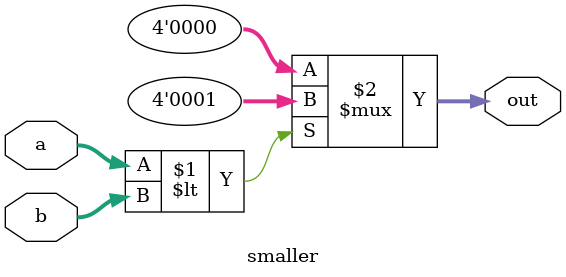
<source format=v>
module smaller (input [3:0]a,b,
					output [3:0] out
				);
				
				assign out = (a < b) ? 4'd1 : 4'd0;
						
endmodule

</source>
